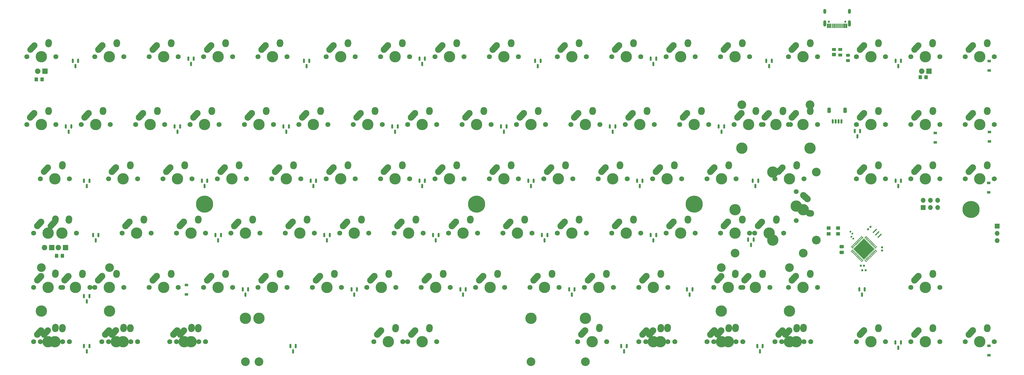
<source format=gbs>
%TF.GenerationSoftware,KiCad,Pcbnew,(6.0.6)*%
%TF.CreationDate,2023-03-05T15:32:32+02:00*%
%TF.ProjectId,UniversalTKL,556e6976-6572-4736-916c-544b4c2e6b69,rev?*%
%TF.SameCoordinates,Original*%
%TF.FileFunction,Soldermask,Bot*%
%TF.FilePolarity,Negative*%
%FSLAX46Y46*%
G04 Gerber Fmt 4.6, Leading zero omitted, Abs format (unit mm)*
G04 Created by KiCad (PCBNEW (6.0.6)) date 2023-03-05 15:32:32*
%MOMM*%
%LPD*%
G01*
G04 APERTURE LIST*
G04 Aperture macros list*
%AMRoundRect*
0 Rectangle with rounded corners*
0 $1 Rounding radius*
0 $2 $3 $4 $5 $6 $7 $8 $9 X,Y pos of 4 corners*
0 Add a 4 corners polygon primitive as box body*
4,1,4,$2,$3,$4,$5,$6,$7,$8,$9,$2,$3,0*
0 Add four circle primitives for the rounded corners*
1,1,$1+$1,$2,$3*
1,1,$1+$1,$4,$5*
1,1,$1+$1,$6,$7*
1,1,$1+$1,$8,$9*
0 Add four rect primitives between the rounded corners*
20,1,$1+$1,$2,$3,$4,$5,0*
20,1,$1+$1,$4,$5,$6,$7,0*
20,1,$1+$1,$6,$7,$8,$9,0*
20,1,$1+$1,$8,$9,$2,$3,0*%
%AMHorizOval*
0 Thick line with rounded ends*
0 $1 width*
0 $2 $3 position (X,Y) of the first rounded end (center of the circle)*
0 $4 $5 position (X,Y) of the second rounded end (center of the circle)*
0 Add line between two ends*
20,1,$1,$2,$3,$4,$5,0*
0 Add two circle primitives to create the rounded ends*
1,1,$1,$2,$3*
1,1,$1,$4,$5*%
%AMRotRect*
0 Rectangle, with rotation*
0 The origin of the aperture is its center*
0 $1 length*
0 $2 width*
0 $3 Rotation angle, in degrees counterclockwise*
0 Add horizontal line*
21,1,$1,$2,0,0,$3*%
G04 Aperture macros list end*
%ADD10C,3.987800*%
%ADD11C,1.750000*%
%ADD12HorizOval,2.300000X0.681998X0.731354X-0.681998X-0.731354X0*%
%ADD13HorizOval,2.300000X0.008725X0.249848X-0.008725X-0.249848X0*%
%ADD14HorizOval,2.300000X0.647898X0.694786X-0.647898X-0.694786X0*%
%ADD15HorizOval,2.300000X0.015701X0.299589X-0.015701X-0.299589X0*%
%ADD16C,6.000000*%
%ADD17C,3.048000*%
%ADD18HorizOval,2.200000X0.681998X0.731354X-0.681998X-0.731354X0*%
%ADD19C,1.905000*%
%ADD20R,1.905000X1.905000*%
%ADD21R,1.700000X1.700000*%
%ADD22O,1.700000X1.700000*%
%ADD23C,1.701800*%
%ADD24HorizOval,2.300000X0.299589X-0.015701X-0.299589X0.015701X0*%
%ADD25HorizOval,2.300000X0.705988X-0.635674X-0.705988X0.635674X0*%
%ADD26RoundRect,0.250000X-0.450000X0.350000X-0.450000X-0.350000X0.450000X-0.350000X0.450000X0.350000X0*%
%ADD27RoundRect,0.150000X-0.150000X0.587500X-0.150000X-0.587500X0.150000X-0.587500X0.150000X0.587500X0*%
%ADD28RoundRect,0.250000X0.350000X0.450000X-0.350000X0.450000X-0.350000X-0.450000X0.350000X-0.450000X0*%
%ADD29RoundRect,0.140000X0.219203X0.021213X0.021213X0.219203X-0.219203X-0.021213X-0.021213X-0.219203X0*%
%ADD30R,1.200000X0.900000*%
%ADD31RoundRect,0.155000X0.212500X0.155000X-0.212500X0.155000X-0.212500X-0.155000X0.212500X-0.155000X0*%
%ADD32RoundRect,0.150000X-0.150000X-0.625000X0.150000X-0.625000X0.150000X0.625000X-0.150000X0.625000X0*%
%ADD33RoundRect,0.250000X-0.350000X-0.650000X0.350000X-0.650000X0.350000X0.650000X-0.350000X0.650000X0*%
%ADD34C,0.750000*%
%ADD35RoundRect,0.050000X-0.300000X-0.725000X0.300000X-0.725000X0.300000X0.725000X-0.300000X0.725000X0*%
%ADD36RoundRect,0.050000X-0.150000X-0.725000X0.150000X-0.725000X0.150000X0.725000X-0.150000X0.725000X0*%
%ADD37O,1.100000X2.200000*%
%ADD38O,1.100000X1.700000*%
%ADD39RoundRect,0.155000X0.040659X0.259862X-0.259862X-0.040659X-0.040659X-0.259862X0.259862X0.040659X0*%
%ADD40R,1.400000X1.200000*%
%ADD41R,1.400000X1.000000*%
%ADD42RoundRect,0.155000X0.155000X-0.212500X0.155000X0.212500X-0.155000X0.212500X-0.155000X-0.212500X0*%
%ADD43RoundRect,0.243750X-0.456250X0.243750X-0.456250X-0.243750X0.456250X-0.243750X0.456250X0.243750X0*%
%ADD44RoundRect,0.250000X-0.475000X0.337500X-0.475000X-0.337500X0.475000X-0.337500X0.475000X0.337500X0*%
%ADD45RotRect,0.400000X1.900000X135.000000*%
%ADD46RoundRect,0.062500X-0.380070X0.291682X0.291682X-0.380070X0.380070X-0.291682X-0.291682X0.380070X0*%
%ADD47RoundRect,0.062500X-0.380070X-0.291682X-0.291682X-0.380070X0.380070X0.291682X0.291682X0.380070X0*%
%ADD48RotRect,5.200000X5.200000X315.000000*%
G04 APERTURE END LIST*
D10*
%TO.C,MX14*%
X72231250Y-104775000D03*
D11*
X77311250Y-104775000D03*
X67151250Y-104775000D03*
D12*
X69031250Y-101525000D03*
D13*
X74781250Y-99975000D03*
%TD*%
D10*
%TO.C,MX62*%
X224631250Y-42862500D03*
D11*
X229711250Y-42862500D03*
X219551250Y-42862500D03*
D12*
X221431250Y-39612500D03*
D13*
X227181250Y-38062500D03*
%TD*%
D11*
%TO.C,MX60*%
X236855000Y-142875000D03*
X226695000Y-142875000D03*
D10*
X231775000Y-142875000D03*
D14*
X228625000Y-139625000D03*
D15*
X234325000Y-138025000D03*
%TD*%
D10*
%TO.C,MX94*%
X329406250Y-142875000D03*
D11*
X334486250Y-142875000D03*
X324326250Y-142875000D03*
D12*
X326206250Y-139625000D03*
D13*
X331956250Y-138075000D03*
%TD*%
D10*
%TO.C,MX75*%
X267493750Y-66675000D03*
D11*
X272573750Y-66675000D03*
X262413750Y-66675000D03*
D12*
X264293750Y-63425000D03*
D13*
X270043750Y-61875000D03*
%TD*%
D10*
%TO.C,MX85*%
X305593750Y-123825000D03*
D11*
X300513750Y-123825000D03*
X310673750Y-123825000D03*
D12*
X302393750Y-120575000D03*
D13*
X308143750Y-119025000D03*
%TD*%
D16*
%TO.C,*%
X364400000Y-96400000D03*
%TD*%
%TO.C,*%
X96000000Y-94600000D03*
%TD*%
D10*
%TO.C,MX49*%
X186531250Y-104775000D03*
D11*
X181451250Y-104775000D03*
X191611250Y-104775000D03*
D12*
X183331250Y-101525000D03*
D13*
X189081250Y-99975000D03*
%TD*%
D11*
%TO.C,MX27*%
X105251250Y-104775000D03*
D10*
X110331250Y-104775000D03*
D11*
X115411250Y-104775000D03*
D12*
X107131250Y-101525000D03*
D13*
X112881250Y-99975000D03*
%TD*%
D10*
%TO.C,MX74*%
X262731250Y-42862500D03*
D11*
X267811250Y-42862500D03*
X257651250Y-42862500D03*
D12*
X259531250Y-39612500D03*
D13*
X265281250Y-38062500D03*
%TD*%
D11*
%TO.C,MX16*%
X72548750Y-142875000D03*
X62388750Y-142875000D03*
D10*
X67468750Y-142875000D03*
D12*
X64268750Y-139625000D03*
D13*
X70018750Y-138075000D03*
%TD*%
D11*
%TO.C,MX2*%
X36195000Y-123825000D03*
D10*
X41275000Y-123825000D03*
D11*
X46355000Y-123825000D03*
D14*
X38125000Y-120575000D03*
D15*
X43825000Y-118975000D03*
%TD*%
D10*
%TO.C,MX104*%
X288925000Y-123825000D03*
X276987000Y-132080000D03*
D17*
X276987000Y-116840000D03*
D10*
X300863000Y-132080000D03*
D11*
X294005000Y-123825000D03*
D17*
X300863000Y-116840000D03*
D11*
X283845000Y-123825000D03*
D14*
X285775000Y-120525000D03*
D15*
X291425000Y-119025000D03*
%TD*%
D16*
%TO.C,*%
X267500000Y-94600000D03*
%TD*%
D11*
%TO.C,MX20*%
X81438750Y-85725000D03*
X91598750Y-85725000D03*
D10*
X86518750Y-85725000D03*
D12*
X83318750Y-82475000D03*
D13*
X89068750Y-80925000D03*
%TD*%
D11*
%TO.C,MX33*%
X114776250Y-123825000D03*
X124936250Y-123825000D03*
D10*
X119856250Y-123825000D03*
D12*
X116656250Y-120575000D03*
D13*
X122406250Y-119025000D03*
%TD*%
D10*
%TO.C,MX48*%
X181768750Y-85725000D03*
D11*
X176688750Y-85725000D03*
X186848750Y-85725000D03*
D12*
X178568750Y-82475000D03*
D13*
X184318750Y-80925000D03*
%TD*%
D11*
%TO.C,MX31*%
X119538750Y-85725000D03*
X129698750Y-85725000D03*
D10*
X124618750Y-85725000D03*
D12*
X121418750Y-82475000D03*
D13*
X127168750Y-80925000D03*
%TD*%
D17*
%TO.C,MX45*%
X229393750Y-149860000D03*
D10*
X229393750Y-134620000D03*
X115093750Y-134620000D03*
X172243750Y-142875000D03*
D11*
X167163750Y-142875000D03*
D17*
X115093750Y-149860000D03*
D11*
X177323750Y-142875000D03*
D14*
X169093750Y-139625000D03*
D15*
X174743750Y-138075000D03*
%TD*%
D11*
%TO.C,MX73*%
X274320000Y-142875000D03*
X284480000Y-142875000D03*
D10*
X279400000Y-142875000D03*
D14*
X276250000Y-139625000D03*
D15*
X281950000Y-138025000D03*
%TD*%
D11*
%TO.C,MX84*%
X298767500Y-104775000D03*
D17*
X305625500Y-111760000D03*
X281749500Y-111760000D03*
D10*
X293687500Y-104775000D03*
D11*
X288607500Y-104775000D03*
D10*
X281749500Y-96520000D03*
X305625500Y-96520000D03*
D14*
X290537500Y-101525000D03*
D15*
X296237500Y-99975000D03*
%TD*%
D11*
%TO.C,MX91*%
X324326250Y-42862500D03*
X334486250Y-42862500D03*
D10*
X329406250Y-42862500D03*
D12*
X326206250Y-39612500D03*
D13*
X331956250Y-38062500D03*
%TD*%
D10*
%TO.C,MX11*%
X62706250Y-42862500D03*
D11*
X57626250Y-42862500D03*
X67786250Y-42862500D03*
D12*
X59506250Y-39612500D03*
D13*
X65256250Y-38062500D03*
%TD*%
D11*
%TO.C,MX22*%
X86836250Y-123825000D03*
D10*
X81756250Y-123825000D03*
D11*
X76676250Y-123825000D03*
D12*
X78556250Y-120575000D03*
D13*
X84306250Y-119025000D03*
%TD*%
D11*
%TO.C,MX51*%
X205898750Y-42862500D03*
X195738750Y-42862500D03*
D10*
X200818750Y-42862500D03*
D12*
X197618750Y-39612500D03*
D13*
X203368750Y-38062500D03*
%TD*%
D11*
%TO.C,MX3*%
X36195000Y-142875000D03*
X46355000Y-142875000D03*
D10*
X41275000Y-142875000D03*
D14*
X38125000Y-139625000D03*
D15*
X43825000Y-138025000D03*
%TD*%
D11*
%TO.C,MX54*%
X200501250Y-104775000D03*
D10*
X205581250Y-104775000D03*
D11*
X210661250Y-104775000D03*
D12*
X202381250Y-101525000D03*
D13*
X208131250Y-99975000D03*
%TD*%
D10*
%TO.C,MX43*%
X167481250Y-104775000D03*
D11*
X162401250Y-104775000D03*
X172561250Y-104775000D03*
D12*
X164281250Y-101525000D03*
D13*
X170031250Y-99975000D03*
%TD*%
D11*
%TO.C,MX30*%
X120173750Y-66675000D03*
X110013750Y-66675000D03*
D10*
X115093750Y-66675000D03*
D12*
X111893750Y-63425000D03*
D13*
X117643750Y-61875000D03*
%TD*%
D11*
%TO.C,MX65*%
X248761250Y-104775000D03*
X238601250Y-104775000D03*
D10*
X243681250Y-104775000D03*
D12*
X240481250Y-101525000D03*
D13*
X246231250Y-99975000D03*
%TD*%
D11*
%TO.C,MX35*%
X129063750Y-66675000D03*
D10*
X134143750Y-66675000D03*
D11*
X139223750Y-66675000D03*
D12*
X130943750Y-63425000D03*
D13*
X136693750Y-61875000D03*
%TD*%
D10*
%TO.C,MX79*%
X277018750Y-142875000D03*
D11*
X271938750Y-142875000D03*
X282098750Y-142875000D03*
D12*
X273818750Y-139625000D03*
D13*
X279568750Y-138075000D03*
%TD*%
D16*
%TO.C,*%
X191300000Y-94600000D03*
%TD*%
D10*
%TO.C,MX102*%
X367506250Y-85725000D03*
D11*
X372586250Y-85725000D03*
X362426250Y-85725000D03*
D12*
X364306250Y-82475000D03*
D13*
X370056250Y-80925000D03*
%TD*%
D11*
%TO.C,MX6*%
X48736250Y-85725000D03*
D10*
X43656250Y-85725000D03*
D11*
X38576250Y-85725000D03*
D18*
X40506250Y-82475000D03*
D15*
X46206250Y-80925000D03*
%TD*%
D11*
%TO.C,MX10*%
X70167500Y-142875000D03*
X60007500Y-142875000D03*
D10*
X65087500Y-142875000D03*
D14*
X61937500Y-139625000D03*
D15*
X67637500Y-138025000D03*
%TD*%
D11*
%TO.C,MX95*%
X353536250Y-42862500D03*
D10*
X348456250Y-42862500D03*
D11*
X343376250Y-42862500D03*
D18*
X345306250Y-39612500D03*
D15*
X350956250Y-38062500D03*
D19*
X347186250Y-47942500D03*
D20*
X349726250Y-47942500D03*
%TD*%
D10*
%TO.C,MX89*%
X308006750Y-74930000D03*
D17*
X284130750Y-59690000D03*
X308006750Y-59690000D03*
D11*
X301148750Y-66675000D03*
D10*
X296068750Y-66675000D03*
D11*
X290988750Y-66675000D03*
D10*
X284130750Y-74930000D03*
D14*
X292918750Y-63425000D03*
D15*
X298568750Y-61875000D03*
%TD*%
D10*
%TO.C,MX25*%
X96043750Y-66675000D03*
D11*
X101123750Y-66675000D03*
X90963750Y-66675000D03*
D12*
X92843750Y-63425000D03*
D13*
X98593750Y-61875000D03*
%TD*%
D11*
%TO.C,MX82*%
X276701250Y-42862500D03*
X286861250Y-42862500D03*
D10*
X281781250Y-42862500D03*
D12*
X278581250Y-39612500D03*
D13*
X284331250Y-38062500D03*
%TD*%
D10*
%TO.C,MX18*%
X81756250Y-42862500D03*
D11*
X86836250Y-42862500D03*
X76676250Y-42862500D03*
D12*
X78556250Y-39612500D03*
D13*
X84306250Y-38062500D03*
%TD*%
D11*
%TO.C,MX68*%
X248761250Y-42862500D03*
D10*
X243681250Y-42862500D03*
D11*
X238601250Y-42862500D03*
D12*
X240481250Y-39612500D03*
D13*
X246231250Y-38062500D03*
%TD*%
D10*
%TO.C,MX77*%
X281781250Y-104775000D03*
D11*
X276701250Y-104775000D03*
X286861250Y-104775000D03*
D12*
X278581250Y-101525000D03*
D13*
X284331250Y-99975000D03*
%TD*%
D11*
%TO.C,MX46*%
X176688750Y-42862500D03*
D10*
X181768750Y-42862500D03*
D11*
X186848750Y-42862500D03*
D12*
X178568750Y-39612500D03*
D13*
X184318750Y-38062500D03*
%TD*%
D10*
%TO.C,MX26*%
X105568750Y-85725000D03*
D11*
X100488750Y-85725000D03*
X110648750Y-85725000D03*
D12*
X102368750Y-82475000D03*
D13*
X108118750Y-80925000D03*
%TD*%
D10*
%TO.C,MX19*%
X76993750Y-66675000D03*
D11*
X71913750Y-66675000D03*
X82073750Y-66675000D03*
D12*
X73793750Y-63425000D03*
D13*
X79543750Y-61875000D03*
%TD*%
D11*
%TO.C,MX8*%
X55880000Y-123825000D03*
D10*
X50800000Y-123825000D03*
D17*
X38862000Y-116840000D03*
D10*
X38862000Y-132080000D03*
D17*
X62738000Y-116840000D03*
D11*
X45720000Y-123825000D03*
D10*
X62738000Y-132080000D03*
D14*
X47650000Y-120575000D03*
D15*
X53300000Y-119025000D03*
%TD*%
D11*
%TO.C,MX36*%
X148748750Y-85725000D03*
X138588750Y-85725000D03*
D10*
X143668750Y-85725000D03*
D12*
X140468750Y-82475000D03*
D13*
X146218750Y-80925000D03*
%TD*%
D11*
%TO.C,MX42*%
X157638750Y-85725000D03*
X167798750Y-85725000D03*
D10*
X162718750Y-85725000D03*
D12*
X159518750Y-82475000D03*
D13*
X165268750Y-80925000D03*
%TD*%
D11*
%TO.C,MX83*%
X281463750Y-66675000D03*
X291623750Y-66675000D03*
D10*
X286543750Y-66675000D03*
D12*
X283343750Y-63425000D03*
D13*
X289093750Y-61875000D03*
%TD*%
D11*
%TO.C,MX23*%
X96361250Y-142875000D03*
D10*
X91281250Y-142875000D03*
D11*
X86201250Y-142875000D03*
D18*
X88131250Y-139625000D03*
D15*
X93831250Y-138075000D03*
%TD*%
D11*
%TO.C,MX38*%
X133826250Y-123825000D03*
X143986250Y-123825000D03*
D10*
X138906250Y-123825000D03*
D12*
X135706250Y-120575000D03*
D13*
X141456250Y-119025000D03*
%TD*%
D11*
%TO.C,MX1*%
X36195000Y-104775000D03*
D10*
X41275000Y-104775000D03*
D11*
X46355000Y-104775000D03*
D14*
X38125000Y-101500000D03*
D15*
X43800000Y-100000000D03*
D19*
X40005000Y-109855000D03*
D20*
X42545000Y-109855000D03*
%TD*%
D21*
%TO.C,J4*%
X347650000Y-95720000D03*
D22*
X347650000Y-93180000D03*
X350190000Y-95720000D03*
X350190000Y-93180000D03*
X352730000Y-95720000D03*
X352730000Y-93180000D03*
%TD*%
D11*
%TO.C,MX29*%
X124936250Y-42862500D03*
X114776250Y-42862500D03*
D10*
X119856250Y-42862500D03*
D12*
X116656250Y-39612500D03*
D13*
X122406250Y-38062500D03*
%TD*%
D10*
%TO.C,MX34*%
X143668750Y-42862500D03*
D11*
X138588750Y-42862500D03*
X148748750Y-42862500D03*
D12*
X140468750Y-39612500D03*
D13*
X146218750Y-38062500D03*
%TD*%
D11*
%TO.C,MX100*%
X372586250Y-42862500D03*
D10*
X367506250Y-42862500D03*
D11*
X362426250Y-42862500D03*
D12*
X364306250Y-39612500D03*
D13*
X370056250Y-38062500D03*
%TD*%
D11*
%TO.C,MX64*%
X243998750Y-85725000D03*
D10*
X238918750Y-85725000D03*
D11*
X233838750Y-85725000D03*
D12*
X235718750Y-82475000D03*
D13*
X241468750Y-80925000D03*
%TD*%
D11*
%TO.C,MX90*%
X305911250Y-85725000D03*
X295751250Y-85725000D03*
D10*
X300831250Y-85725000D03*
D18*
X297681250Y-82475000D03*
D15*
X303381250Y-80925000D03*
%TD*%
D10*
%TO.C,MX28*%
X100806250Y-123825000D03*
D11*
X95726250Y-123825000D03*
X105886250Y-123825000D03*
D12*
X97606250Y-120575000D03*
D13*
X103356250Y-119025000D03*
%TD*%
D11*
%TO.C,MX57*%
X224948750Y-85725000D03*
D10*
X219868750Y-85725000D03*
D11*
X214788750Y-85725000D03*
D12*
X216668750Y-82475000D03*
D13*
X222418750Y-80925000D03*
%TD*%
D11*
%TO.C,MX61*%
X260667500Y-142875000D03*
D10*
X255587500Y-142875000D03*
D11*
X250507500Y-142875000D03*
D14*
X252437500Y-139625000D03*
D15*
X258137500Y-138025000D03*
%TD*%
D10*
%TO.C,MX32*%
X129381250Y-104775000D03*
D11*
X134461250Y-104775000D03*
X124301250Y-104775000D03*
D12*
X126181250Y-101525000D03*
D13*
X131931250Y-99975000D03*
%TD*%
D21*
%TO.C,J2*%
X373600000Y-102265000D03*
D22*
X373600000Y-104805000D03*
X373600000Y-107345000D03*
%TD*%
D10*
%TO.C,MX5*%
X38893750Y-66675000D03*
D11*
X43973750Y-66675000D03*
X33813750Y-66675000D03*
D12*
X35693750Y-63425000D03*
D13*
X41443750Y-61875000D03*
%TD*%
D11*
%TO.C,MX12*%
X52863750Y-66675000D03*
D10*
X57943750Y-66675000D03*
D11*
X63023750Y-66675000D03*
D12*
X54743750Y-63425000D03*
D13*
X60493750Y-61875000D03*
%TD*%
D17*
%TO.C,MX39*%
X210337400Y-149860000D03*
D10*
X160337500Y-142875000D03*
D11*
X155257500Y-142875000D03*
D17*
X110337600Y-149860000D03*
D11*
X165417500Y-142875000D03*
D10*
X210337400Y-134620000D03*
X110337600Y-134620000D03*
D14*
X157187500Y-139625000D03*
D15*
X162887500Y-138075000D03*
%TD*%
D11*
%TO.C,MX50*%
X182086250Y-123825000D03*
D10*
X177006250Y-123825000D03*
D11*
X171926250Y-123825000D03*
D12*
X173806250Y-120575000D03*
D13*
X179556250Y-119025000D03*
%TD*%
D11*
%TO.C,MX17*%
X83820000Y-142875000D03*
X93980000Y-142875000D03*
D10*
X88900000Y-142875000D03*
D14*
X85750000Y-139625000D03*
D15*
X91450000Y-138025000D03*
%TD*%
D11*
%TO.C,MX81*%
X298132500Y-142875000D03*
X308292500Y-142875000D03*
D10*
X303212500Y-142875000D03*
D14*
X300062500Y-139625000D03*
D15*
X305762500Y-138025000D03*
%TD*%
D11*
%TO.C,MX97*%
X343376250Y-85725000D03*
D10*
X348456250Y-85725000D03*
D11*
X353536250Y-85725000D03*
D12*
X345256250Y-82475000D03*
D13*
X351006250Y-80925000D03*
%TD*%
D11*
%TO.C,MX21*%
X86201250Y-104775000D03*
D10*
X91281250Y-104775000D03*
D11*
X96361250Y-104775000D03*
D12*
X88081250Y-101525000D03*
D13*
X93831250Y-99975000D03*
%TD*%
D10*
%TO.C,MX53*%
X200818750Y-85725000D03*
D11*
X205898750Y-85725000D03*
X195738750Y-85725000D03*
D12*
X197618750Y-82475000D03*
D13*
X203368750Y-80925000D03*
%TD*%
D11*
%TO.C,MX44*%
X163036250Y-123825000D03*
D10*
X157956250Y-123825000D03*
D11*
X152876250Y-123825000D03*
D12*
X154756250Y-120575000D03*
D13*
X160506250Y-119025000D03*
%TD*%
D11*
%TO.C,MX24*%
X105886250Y-42862500D03*
D10*
X100806250Y-42862500D03*
D11*
X95726250Y-42862500D03*
D12*
X97606250Y-39612500D03*
D13*
X103356250Y-38062500D03*
%TD*%
D10*
%TO.C,MX72*%
X253206250Y-123825000D03*
D11*
X258286250Y-123825000D03*
X248126250Y-123825000D03*
D12*
X250006250Y-120575000D03*
D13*
X255756250Y-119025000D03*
%TD*%
D11*
%TO.C,MX37*%
X143351250Y-104775000D03*
X153511250Y-104775000D03*
D10*
X148431250Y-104775000D03*
D12*
X145231250Y-101525000D03*
D13*
X150981250Y-99975000D03*
%TD*%
D10*
%TO.C,MX52*%
X191293750Y-66675000D03*
D11*
X186213750Y-66675000D03*
X196373750Y-66675000D03*
D12*
X188093750Y-63425000D03*
D13*
X193843750Y-61875000D03*
%TD*%
D10*
%TO.C,MX9*%
X43656250Y-142875000D03*
D11*
X48736250Y-142875000D03*
X38576250Y-142875000D03*
D18*
X40506250Y-139625000D03*
D15*
X46206250Y-138075000D03*
%TD*%
D11*
%TO.C,MX4*%
X33813750Y-42862500D03*
D10*
X38893750Y-42862500D03*
D11*
X43973750Y-42862500D03*
D18*
X35743750Y-39612500D03*
D15*
X41393750Y-38062500D03*
D19*
X37623750Y-47942500D03*
D20*
X40163750Y-47942500D03*
%TD*%
D11*
%TO.C,MX93*%
X324326250Y-85725000D03*
D10*
X329406250Y-85725000D03*
D11*
X334486250Y-85725000D03*
D12*
X326206250Y-82475000D03*
D13*
X331956250Y-80925000D03*
%TD*%
D11*
%TO.C,MX96*%
X343376250Y-66675000D03*
D10*
X348456250Y-66675000D03*
D11*
X353536250Y-66675000D03*
D12*
X345256250Y-63425000D03*
D13*
X351006250Y-61875000D03*
%TD*%
D17*
%TO.C,MX80*%
X310197500Y-83312000D03*
D23*
X303212500Y-100330000D03*
X303212500Y-90170000D03*
D10*
X294957500Y-107188000D03*
X303212500Y-95250000D03*
D17*
X310197500Y-107188000D03*
D10*
X294957500Y-83312000D03*
D24*
X308012500Y-97750000D03*
D25*
X306462500Y-92100000D03*
%TD*%
D11*
%TO.C,MX92*%
X324326250Y-66675000D03*
D10*
X329406250Y-66675000D03*
D11*
X334486250Y-66675000D03*
D12*
X326206250Y-63425000D03*
D13*
X331956250Y-61875000D03*
%TD*%
D10*
%TO.C,MX71*%
X262731250Y-104775000D03*
D11*
X267811250Y-104775000D03*
X257651250Y-104775000D03*
D12*
X259531250Y-101525000D03*
D13*
X265281250Y-99975000D03*
%TD*%
D11*
%TO.C,MX70*%
X263048750Y-85725000D03*
X252888750Y-85725000D03*
D10*
X257968750Y-85725000D03*
D12*
X254768750Y-82475000D03*
D13*
X260518750Y-80925000D03*
%TD*%
D10*
%TO.C,MX103*%
X367506250Y-142875000D03*
D11*
X372586250Y-142875000D03*
X362426250Y-142875000D03*
D12*
X364306250Y-139625000D03*
D13*
X370056250Y-138075000D03*
%TD*%
D11*
%TO.C,MX56*%
X215423750Y-66675000D03*
D10*
X210343750Y-66675000D03*
D11*
X205263750Y-66675000D03*
D12*
X207143750Y-63425000D03*
D13*
X212893750Y-61875000D03*
%TD*%
D11*
%TO.C,MX88*%
X300513750Y-42862500D03*
X310673750Y-42862500D03*
D10*
X305593750Y-42862500D03*
D12*
X302393750Y-39612500D03*
D13*
X308143750Y-38062500D03*
%TD*%
D11*
%TO.C,MX40*%
X167798750Y-42862500D03*
D10*
X162718750Y-42862500D03*
D11*
X157638750Y-42862500D03*
D12*
X159518750Y-39612500D03*
D13*
X165268750Y-38062500D03*
%TD*%
D11*
%TO.C,MX7*%
X51117500Y-104775000D03*
D10*
X46037500Y-104775000D03*
D11*
X40957500Y-104775000D03*
D18*
X42887500Y-101525000D03*
D15*
X48537500Y-99975000D03*
D19*
X44767500Y-109855000D03*
D20*
X47307500Y-109855000D03*
%TD*%
D10*
%TO.C,MX99*%
X348456250Y-142875000D03*
D11*
X343376250Y-142875000D03*
X353536250Y-142875000D03*
D12*
X345256250Y-139625000D03*
D13*
X351006250Y-138075000D03*
%TD*%
D11*
%TO.C,MX86*%
X295751250Y-142875000D03*
D10*
X300831250Y-142875000D03*
D11*
X305911250Y-142875000D03*
D18*
X297681250Y-139625000D03*
D15*
X303381250Y-138075000D03*
%TD*%
D11*
%TO.C,MX67*%
X248126250Y-142875000D03*
X258286250Y-142875000D03*
D10*
X253206250Y-142875000D03*
D18*
X250056250Y-139625000D03*
D15*
X255756250Y-138075000D03*
%TD*%
D11*
%TO.C,MX87*%
X310673750Y-66675000D03*
D10*
X305593750Y-66675000D03*
D11*
X300513750Y-66675000D03*
D12*
X302393750Y-63425000D03*
D13*
X308143750Y-61875000D03*
%TD*%
D11*
%TO.C,MX59*%
X210026250Y-123825000D03*
D10*
X215106250Y-123825000D03*
D11*
X220186250Y-123825000D03*
D12*
X211906250Y-120575000D03*
D13*
X217656250Y-119025000D03*
%TD*%
D10*
%TO.C,MX58*%
X224631250Y-104775000D03*
D11*
X219551250Y-104775000D03*
X229711250Y-104775000D03*
D12*
X221431250Y-101525000D03*
D13*
X227181250Y-99975000D03*
%TD*%
D10*
%TO.C,MX78*%
X279400000Y-123825000D03*
D11*
X284480000Y-123825000D03*
X274320000Y-123825000D03*
D18*
X276250000Y-120575000D03*
D15*
X281900000Y-119025000D03*
%TD*%
D10*
%TO.C,MX13*%
X67468750Y-85725000D03*
D11*
X62388750Y-85725000D03*
X72548750Y-85725000D03*
D12*
X64268750Y-82475000D03*
D13*
X70018750Y-80925000D03*
%TD*%
D11*
%TO.C,MX98*%
X343376250Y-123825000D03*
X353536250Y-123825000D03*
D10*
X348456250Y-123825000D03*
D12*
X345256250Y-120575000D03*
D13*
X351006250Y-119025000D03*
%TD*%
D10*
%TO.C,MX15*%
X62680000Y-123825000D03*
D11*
X57600000Y-123825000D03*
X67760000Y-123825000D03*
D12*
X59480000Y-120575000D03*
D13*
X65230000Y-119025000D03*
%TD*%
D11*
%TO.C,MX63*%
X234473750Y-66675000D03*
X224313750Y-66675000D03*
D10*
X229393750Y-66675000D03*
D12*
X226193750Y-63425000D03*
D13*
X231943750Y-61875000D03*
%TD*%
D11*
%TO.C,MX66*%
X229076250Y-123825000D03*
X239236250Y-123825000D03*
D10*
X234156250Y-123825000D03*
D12*
X230956250Y-120575000D03*
D13*
X236706250Y-119025000D03*
%TD*%
D10*
%TO.C,MX76*%
X277018750Y-85725000D03*
D11*
X282098750Y-85725000D03*
X271938750Y-85725000D03*
D12*
X273818750Y-82475000D03*
D13*
X279568750Y-80925000D03*
%TD*%
D11*
%TO.C,MX47*%
X167163750Y-66675000D03*
D10*
X172243750Y-66675000D03*
D11*
X177323750Y-66675000D03*
D12*
X169043750Y-63425000D03*
D13*
X174793750Y-61875000D03*
%TD*%
D10*
%TO.C,MX101*%
X367506250Y-66675000D03*
D11*
X362426250Y-66675000D03*
X372586250Y-66675000D03*
D12*
X364306250Y-63425000D03*
D13*
X370056250Y-61875000D03*
%TD*%
D11*
%TO.C,MX55*%
X201136250Y-123825000D03*
X190976250Y-123825000D03*
D10*
X196056250Y-123825000D03*
D12*
X192856250Y-120575000D03*
D13*
X198606250Y-119025000D03*
%TD*%
D11*
%TO.C,MX41*%
X158273750Y-66675000D03*
X148113750Y-66675000D03*
D10*
X153193750Y-66675000D03*
D12*
X149993750Y-63425000D03*
D13*
X155743750Y-61875000D03*
%TD*%
D11*
%TO.C,MX69*%
X243363750Y-66675000D03*
D10*
X248443750Y-66675000D03*
D11*
X253523750Y-66675000D03*
D12*
X245243750Y-63425000D03*
D13*
X250993750Y-61875000D03*
%TD*%
D26*
%TO.C,R_DATA1*%
X317840000Y-102950000D03*
X317840000Y-104950000D03*
%TD*%
D27*
%TO.C,D29*%
X241937500Y-144318750D03*
X243837500Y-144318750D03*
X242887500Y-146193750D03*
%TD*%
D28*
%TO.C,R_INDICATOR3*%
X39130000Y-50760000D03*
X37130000Y-50760000D03*
%TD*%
%TO.C,R_INDICATOR2*%
X348662500Y-50006250D03*
X346662500Y-50006250D03*
%TD*%
D27*
%TO.C,D17*%
X137956250Y-105425000D03*
X139856250Y-105425000D03*
X138906250Y-107300000D03*
%TD*%
%TO.C,D36*%
X276068750Y-67325000D03*
X277968750Y-67325000D03*
X277018750Y-69200000D03*
%TD*%
%TO.C,D30*%
X223681250Y-124475000D03*
X225581250Y-124475000D03*
X224631250Y-126350000D03*
%TD*%
D29*
%TO.C,C_UCAP1*%
X323219411Y-106669411D03*
X322540589Y-105990589D03*
%TD*%
D27*
%TO.C,D1*%
X53818750Y-144318750D03*
X55718750Y-144318750D03*
X54768750Y-146193750D03*
%TD*%
%TO.C,D35*%
X252256250Y-43512500D03*
X254156250Y-43512500D03*
X253206250Y-45387500D03*
%TD*%
D30*
%TO.C,D48*%
X370860000Y-72560000D03*
X370860000Y-69260000D03*
%TD*%
D27*
%TO.C,D3*%
X47468750Y-67325000D03*
X49368750Y-67325000D03*
X48418750Y-69200000D03*
%TD*%
D30*
%TO.C,D46*%
X351910000Y-72910000D03*
X351910000Y-69610000D03*
%TD*%
D31*
%TO.C,R_HWB1*%
X327477500Y-117740000D03*
X326342500Y-117740000D03*
%TD*%
D27*
%TO.C,D2*%
X49850000Y-44306250D03*
X51750000Y-44306250D03*
X50800000Y-46181250D03*
%TD*%
D32*
%TO.C,J3*%
X316000000Y-65500000D03*
X317000000Y-65500000D03*
X318000000Y-65500000D03*
X319000000Y-65500000D03*
D33*
X320300000Y-61625000D03*
X314700000Y-61625000D03*
%TD*%
D34*
%TO.C,USB1*%
X314650000Y-30587500D03*
X320430000Y-30587500D03*
D35*
X314315000Y-32032500D03*
X315090000Y-32032500D03*
D36*
X315790000Y-32032500D03*
X316290000Y-32032500D03*
X316790000Y-32032500D03*
X317290000Y-32032500D03*
X317790000Y-32032500D03*
X318290000Y-32032500D03*
X318790000Y-32032500D03*
X319290000Y-32032500D03*
D35*
X319990000Y-32032500D03*
X320765000Y-32032500D03*
D37*
X313220000Y-31117500D03*
D38*
X313220000Y-26937500D03*
X321860000Y-26937500D03*
D37*
X321860000Y-31117500D03*
%TD*%
D30*
%TO.C,D49*%
X370640000Y-90460000D03*
X370640000Y-87160000D03*
%TD*%
D27*
%TO.C,D4*%
X53818750Y-86375000D03*
X55718750Y-86375000D03*
X54768750Y-88250000D03*
%TD*%
%TO.C,D43*%
X337981250Y-44306250D03*
X339881250Y-44306250D03*
X338931250Y-46181250D03*
%TD*%
D30*
%TO.C,D47*%
X370770000Y-47670000D03*
X370770000Y-44370000D03*
%TD*%
D29*
%TO.C,C_DECOUP4*%
X322829411Y-104879411D03*
X322150589Y-104200589D03*
%TD*%
D27*
%TO.C,D26*%
X209393750Y-86375000D03*
X211293750Y-86375000D03*
X210343750Y-88250000D03*
%TD*%
%TO.C,D6*%
X53818750Y-126856250D03*
X55718750Y-126856250D03*
X54768750Y-128731250D03*
%TD*%
%TO.C,D33*%
X252256250Y-105425000D03*
X254156250Y-105425000D03*
X253206250Y-107300000D03*
%TD*%
%TO.C,D42*%
X323693750Y-68912500D03*
X325593750Y-68912500D03*
X324643750Y-70787500D03*
%TD*%
D39*
%TO.C,R_RST1*%
X329161283Y-102538717D03*
X328358717Y-103341283D03*
%TD*%
D27*
%TO.C,D24*%
X185581250Y-124475000D03*
X187481250Y-124475000D03*
X186531250Y-126350000D03*
%TD*%
D31*
%TO.C,C_DECOUP1*%
X326910000Y-116180000D03*
X325775000Y-116180000D03*
%TD*%
D27*
%TO.C,D39*%
X287975000Y-86375000D03*
X289875000Y-86375000D03*
X288925000Y-88250000D03*
%TD*%
%TO.C,D12*%
X109381250Y-124475000D03*
X111281250Y-124475000D03*
X110331250Y-126350000D03*
%TD*%
%TO.C,D22*%
X171293750Y-86375000D03*
X173193750Y-86375000D03*
X172243750Y-88250000D03*
%TD*%
%TO.C,D11*%
X99856250Y-105425000D03*
X101756250Y-105425000D03*
X100806250Y-107300000D03*
%TD*%
%TO.C,D8*%
X90331250Y-43512500D03*
X92231250Y-43512500D03*
X91281250Y-45387500D03*
%TD*%
%TO.C,D34*%
X264956250Y-124475000D03*
X266856250Y-124475000D03*
X265906250Y-126350000D03*
%TD*%
D40*
%TO.C,D18*%
X316400000Y-42045000D03*
D41*
X316400000Y-40325000D03*
X318600000Y-40325000D03*
X318600000Y-42225000D03*
%TD*%
D27*
%TO.C,D32*%
X247493750Y-86375000D03*
X249393750Y-86375000D03*
X248443750Y-88250000D03*
%TD*%
%TO.C,D5*%
X56993750Y-105425000D03*
X58893750Y-105425000D03*
X57943750Y-107300000D03*
%TD*%
D28*
%TO.C,R_INDICATOR1*%
X46243750Y-112712500D03*
X44243750Y-112712500D03*
%TD*%
D30*
%TO.C,D50*%
X370680000Y-147580000D03*
X370680000Y-144280000D03*
%TD*%
D27*
%TO.C,D15*%
X123668750Y-67325000D03*
X125568750Y-67325000D03*
X124618750Y-69200000D03*
%TD*%
D26*
%TO.C,R_DATA2*%
X314570000Y-102970000D03*
X314570000Y-104970000D03*
%TD*%
D42*
%TO.C,C_DECOUP3*%
X333250000Y-110857500D03*
X333250000Y-109722500D03*
%TD*%
D27*
%TO.C,D41*%
X325281250Y-124475000D03*
X327181250Y-124475000D03*
X326231250Y-126350000D03*
%TD*%
%TO.C,D13*%
X126050000Y-144318750D03*
X127950000Y-144318750D03*
X127000000Y-146193750D03*
%TD*%
%TO.C,D31*%
X237968750Y-67325000D03*
X239868750Y-67325000D03*
X238918750Y-69200000D03*
%TD*%
%TO.C,D27*%
X214156250Y-105425000D03*
X216056250Y-105425000D03*
X215106250Y-107300000D03*
%TD*%
D43*
%TO.C,F1*%
X321300000Y-42312500D03*
X321300000Y-44187500D03*
%TD*%
D30*
%TO.C,D7*%
X89693750Y-126268750D03*
X89693750Y-122968750D03*
%TD*%
D27*
%TO.C,D16*%
X133193750Y-86375000D03*
X135093750Y-86375000D03*
X134143750Y-88250000D03*
%TD*%
D44*
%TO.C,C_DECOUP2*%
X319100000Y-109450000D03*
X319100000Y-111525000D03*
%TD*%
D27*
%TO.C,D45*%
X337950000Y-143052500D03*
X339850000Y-143052500D03*
X338900000Y-144927500D03*
%TD*%
%TO.C,D38*%
X289562500Y-144318750D03*
X291462500Y-144318750D03*
X290512500Y-146193750D03*
%TD*%
D45*
%TO.C,Y1*%
X332420000Y-105700000D03*
X331571472Y-104851472D03*
X330722944Y-104002944D03*
%TD*%
D46*
%TO.C,U1*%
X322772264Y-109707798D03*
X323125818Y-109354245D03*
X323479371Y-109000691D03*
X323832924Y-108647138D03*
X324186478Y-108293585D03*
X324540031Y-107940031D03*
X324893585Y-107586478D03*
X325247138Y-107232924D03*
X325600691Y-106879371D03*
X325954245Y-106525818D03*
X326307798Y-106172264D03*
D47*
X327492202Y-106172264D03*
X327845755Y-106525818D03*
X328199309Y-106879371D03*
X328552862Y-107232924D03*
X328906415Y-107586478D03*
X329259969Y-107940031D03*
X329613522Y-108293585D03*
X329967076Y-108647138D03*
X330320629Y-109000691D03*
X330674182Y-109354245D03*
X331027736Y-109707798D03*
D46*
X331027736Y-110892202D03*
X330674182Y-111245755D03*
X330320629Y-111599309D03*
X329967076Y-111952862D03*
X329613522Y-112306415D03*
X329259969Y-112659969D03*
X328906415Y-113013522D03*
X328552862Y-113367076D03*
X328199309Y-113720629D03*
X327845755Y-114074182D03*
X327492202Y-114427736D03*
D47*
X326307798Y-114427736D03*
X325954245Y-114074182D03*
X325600691Y-113720629D03*
X325247138Y-113367076D03*
X324893585Y-113013522D03*
X324540031Y-112659969D03*
X324186478Y-112306415D03*
X323832924Y-111952862D03*
X323479371Y-111599309D03*
X323125818Y-111245755D03*
X322772264Y-110892202D03*
D48*
X326900000Y-110300000D03*
%TD*%
D27*
%TO.C,D9*%
X85568750Y-67325000D03*
X87468750Y-67325000D03*
X86518750Y-69200000D03*
%TD*%
%TO.C,D37*%
X286387500Y-107012500D03*
X288287500Y-107012500D03*
X287337500Y-108887500D03*
%TD*%
%TO.C,D28*%
X211775000Y-44306250D03*
X213675000Y-44306250D03*
X212725000Y-46181250D03*
%TD*%
%TO.C,D19*%
X147481250Y-124475000D03*
X149381250Y-124475000D03*
X148431250Y-126350000D03*
%TD*%
%TO.C,D21*%
X161768750Y-67325000D03*
X163668750Y-67325000D03*
X162718750Y-69200000D03*
%TD*%
%TO.C,D20*%
X171293750Y-43512500D03*
X173193750Y-43512500D03*
X172243750Y-45387500D03*
%TD*%
%TO.C,D44*%
X337981250Y-86375000D03*
X339881250Y-86375000D03*
X338931250Y-88250000D03*
%TD*%
%TO.C,D23*%
X176056250Y-105425000D03*
X177956250Y-105425000D03*
X177006250Y-107300000D03*
%TD*%
%TO.C,D40*%
X292737500Y-44306250D03*
X294637500Y-44306250D03*
X293687500Y-46181250D03*
%TD*%
%TO.C,D14*%
X130812500Y-44306250D03*
X132712500Y-44306250D03*
X131762500Y-46181250D03*
%TD*%
%TO.C,D10*%
X95093750Y-86375000D03*
X96993750Y-86375000D03*
X96043750Y-88250000D03*
%TD*%
%TO.C,D25*%
X199868750Y-67325000D03*
X201768750Y-67325000D03*
X200818750Y-69200000D03*
%TD*%
M02*

</source>
